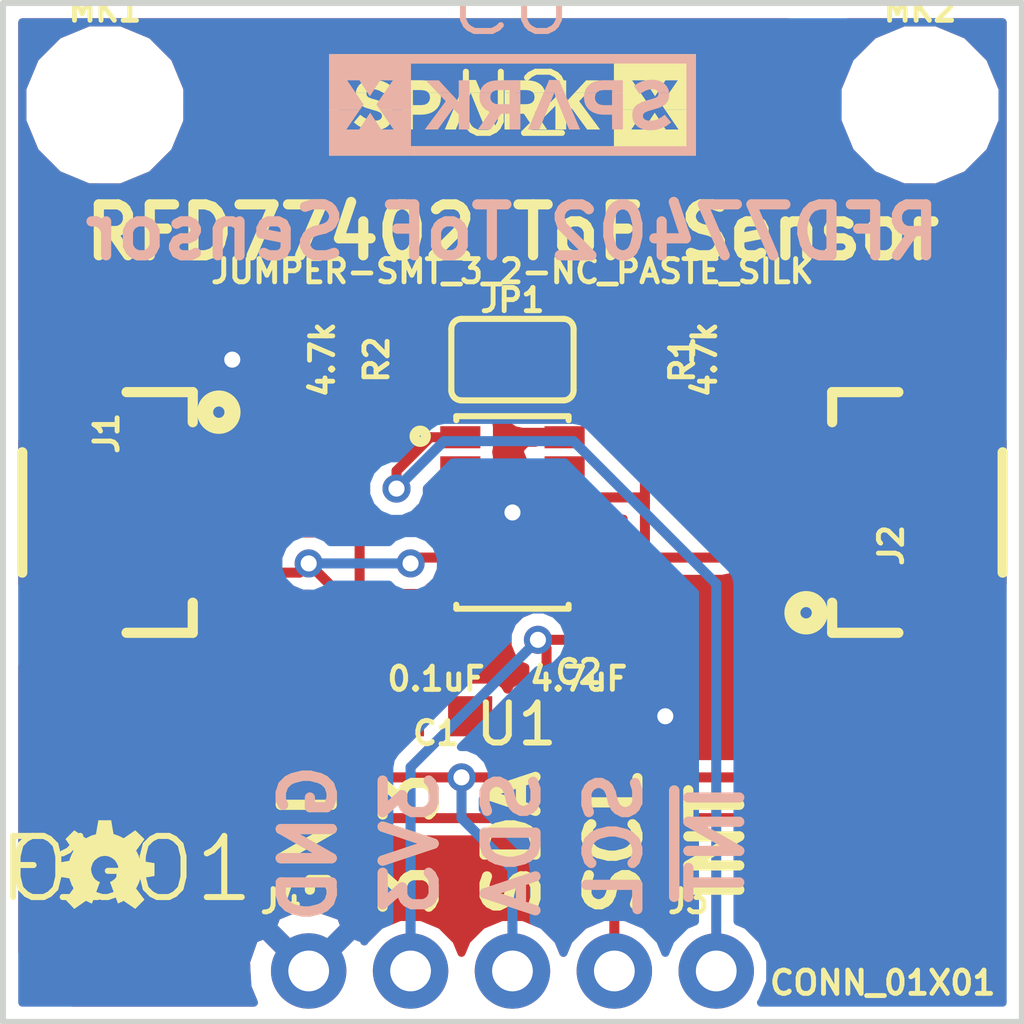
<source format=kicad_pcb>
(kicad_pcb (version 4) (host pcbnew 4.0.6)

  (general
    (links 24)
    (no_connects 0)
    (area 129.086001 85.6532 173.174 126.4622)
    (thickness 1.6)
    (drawings 16)
    (tracks 96)
    (zones 0)
    (modules 18)
    (nets 8)
  )

  (page USLetter)
  (layers
    (0 F.Cu signal hide)
    (31 B.Cu signal hide)
    (34 B.Paste user hide)
    (35 F.Paste user)
    (36 B.SilkS user hide)
    (37 F.SilkS user)
    (38 B.Mask user)
    (39 F.Mask user hide)
    (44 Edge.Cuts user)
    (46 B.CrtYd user hide)
    (47 F.CrtYd user hide)
    (48 B.Fab user hide)
    (49 F.Fab user)
  )

  (setup
    (last_trace_width 0.25)
    (trace_clearance 0.2)
    (zone_clearance 0.3048)
    (zone_45_only no)
    (trace_min 0.2)
    (segment_width 0.2)
    (edge_width 0.15)
    (via_size 0.7)
    (via_drill 0.4)
    (via_min_size 0.4)
    (via_min_drill 0.3)
    (uvia_size 0.3)
    (uvia_drill 0.1)
    (uvias_allowed no)
    (uvia_min_size 0.2)
    (uvia_min_drill 0.1)
    (pcb_text_width 0.254)
    (pcb_text_size 1.27 1.27)
    (mod_edge_width 0.15)
    (mod_text_size 1 1)
    (mod_text_width 0.15)
    (pad_size 1.524 1.524)
    (pad_drill 0.762)
    (pad_to_mask_clearance 0.075)
    (aux_axis_origin 0 0)
    (visible_elements 7FFDF3E9)
    (pcbplotparams
      (layerselection 0x00030_80000001)
      (usegerberextensions true)
      (excludeedgelayer true)
      (linewidth 0.100000)
      (plotframeref false)
      (viasonmask false)
      (mode 1)
      (useauxorigin false)
      (hpglpennumber 1)
      (hpglpenspeed 20)
      (hpglpendiameter 15)
      (hpglpenoverlay 2)
      (psnegative false)
      (psa4output false)
      (plotreference false)
      (plotvalue false)
      (plotinvisibletext false)
      (padsonsilk false)
      (subtractmaskfromsilk false)
      (outputformat 1)
      (mirror false)
      (drillshape 0)
      (scaleselection 1)
      (outputdirectory ""))
  )

  (net 0 "")
  (net 1 GND)
  (net 2 +3V3)
  (net 3 SDA)
  (net 4 SCL)
  (net 5 ~INT)
  (net 6 "Net-(JP1-Pad1)")
  (net 7 "Net-(JP1-Pad3)")

  (net_class Default "This is the default net class."
    (clearance 0.2)
    (trace_width 0.25)
    (via_dia 0.7)
    (via_drill 0.4)
    (uvia_dia 0.3)
    (uvia_drill 0.1)
    (add_net +3V3)
    (add_net GND)
    (add_net "Net-(JP1-Pad1)")
    (add_net "Net-(JP1-Pad3)")
    (add_net SCL)
    (add_net SDA)
    (add_net ~INT)
  )

  (module SparkFun-Jumpers:SMT-JUMPER_3_2-NC_PASTE_SILK (layer F.Cu) (tedit 0) (tstamp 590CB273)
    (at 149.86 100.33)
    (path /59082286)
    (fp_text reference JP1 (at 0 -1.143) (layer F.SilkS)
      (effects (font (size 0.57912 0.57912) (thickness 0.12192)) (justify bottom))
    )
    (fp_text value JUMPER-SMT_3_2-NC_PASTE_SILK (at 0 -2.54) (layer F.SilkS)
      (effects (font (size 0.57912 0.57912) (thickness 0.12192)) (justify top))
    )
    (fp_line (start 1.27 1.016) (end -1.27 1.016) (layer F.SilkS) (width 0.1524))
    (fp_arc (start 1.27 -0.762) (end 1.27 -1.016) (angle 90) (layer F.SilkS) (width 0.1524))
    (fp_arc (start -1.27 -0.762) (end -1.524 -0.762) (angle 90) (layer F.SilkS) (width 0.1524))
    (fp_arc (start -1.27 0.762) (end -1.524 0.762) (angle -90) (layer F.SilkS) (width 0.1524))
    (fp_arc (start 1.27 0.762) (end 1.27 1.016) (angle -90) (layer F.SilkS) (width 0.1524))
    (fp_line (start 1.524 0.762) (end 1.524 -0.762) (layer F.SilkS) (width 0.1524))
    (fp_line (start -1.524 0.762) (end -1.524 -0.762) (layer F.SilkS) (width 0.1524))
    (fp_line (start -1.27 -1.016) (end 1.27 -1.016) (layer F.SilkS) (width 0.1524))
    (fp_poly (pts (xy -1.651 1.1176) (xy 1.651 1.1176) (xy 1.651 -1.1176) (xy -1.651 -1.1176)) (layer F.Paste) (width 0))
    (pad 1 smd rect (at -0.8128 0) (size 0.635 1.27) (layers F.Cu F.Paste F.Mask)
      (net 6 "Net-(JP1-Pad1)"))
    (pad 2 smd rect (at 0 0) (size 0.635 1.27) (layers F.Cu F.Paste F.Mask)
      (net 2 +3V3))
    (pad 3 smd rect (at 0.8128 0) (size 0.635 1.27) (layers F.Cu F.Paste F.Mask)
      (net 7 "Net-(JP1-Pad3)"))
  )

  (module SparkX:1X04_1MM_RA (layer F.Cu) (tedit 0) (tstamp 590A4B53)
    (at 142.24 104.14 270)
    (descr "<h3>SMD- 4 Pin Right Angle </h3>\n<p>Specifications:\n<ul><li>Pin count:4</li>\n<li>Pin pitch:0.1\"</li>\n</ul></p>\n<p>Example device(s):\n<ul><li>CONN_04</li>\n</ul></p>")
    (path /59076580)
    (fp_text reference J1 (at -1.397 2.159 270) (layer F.SilkS)
      (effects (font (size 0.57912 0.57912) (thickness 0.12192)) (justify left bottom))
    )
    (fp_text value Qwiic_Connector (at 3.81 5.715 270) (layer F.SilkS)
      (effects (font (size 0.57912 0.57912) (thickness 0.12192)) (justify left bottom))
    )
    (fp_line (start -1.5 4.6) (end 1.5 4.6) (layer F.SilkS) (width 0.254))
    (fp_line (start -3 2) (end -3 0.35) (layer F.SilkS) (width 0.254))
    (fp_line (start 2.25 0.35) (end 3 0.35) (layer F.SilkS) (width 0.254))
    (fp_line (start 3 0.35) (end 3 2) (layer F.SilkS) (width 0.254))
    (fp_line (start -3 0.35) (end -2.25 0.35) (layer F.SilkS) (width 0.254))
    (fp_circle (center -2.5 -0.3) (end -2.3586 -0.3) (layer F.SilkS) (width 0.4))
    (pad NC2 smd rect (at -2.8 3.675 270) (size 1.2 2) (layers F.Cu F.Paste F.Mask))
    (pad NC1 smd rect (at 2.8 3.675 270) (size 1.2 2) (layers F.Cu F.Paste F.Mask))
    (pad 1 smd rect (at -1.5 0 270) (size 0.6 1.35) (layers F.Cu F.Paste F.Mask)
      (net 1 GND))
    (pad 2 smd rect (at -0.5 0 270) (size 0.6 1.35) (layers F.Cu F.Paste F.Mask)
      (net 2 +3V3))
    (pad 3 smd rect (at 0.5 0 270) (size 0.6 1.35) (layers F.Cu F.Paste F.Mask)
      (net 3 SDA))
    (pad 4 smd rect (at 1.5 0 270) (size 0.6 1.35) (layers F.Cu F.Paste F.Mask)
      (net 4 SCL))
  )

  (module SparkX:1X04_1MM_RA (layer F.Cu) (tedit 0) (tstamp 590A4B5D)
    (at 157.48 104.14 90)
    (descr "<h3>SMD- 4 Pin Right Angle </h3>\n<p>Specifications:\n<ul><li>Pin count:4</li>\n<li>Pin pitch:0.1\"</li>\n</ul></p>\n<p>Example device(s):\n<ul><li>CONN_04</li>\n</ul></p>")
    (path /590768F2)
    (fp_text reference J2 (at -1.397 2.159 90) (layer F.SilkS)
      (effects (font (size 0.57912 0.57912) (thickness 0.12192)) (justify left bottom))
    )
    (fp_text value Qwiic_Connector (at -3.81 6.35 90) (layer F.SilkS)
      (effects (font (size 0.57912 0.57912) (thickness 0.12192)) (justify left bottom))
    )
    (fp_line (start -1.5 4.6) (end 1.5 4.6) (layer F.SilkS) (width 0.254))
    (fp_line (start -3 2) (end -3 0.35) (layer F.SilkS) (width 0.254))
    (fp_line (start 2.25 0.35) (end 3 0.35) (layer F.SilkS) (width 0.254))
    (fp_line (start 3 0.35) (end 3 2) (layer F.SilkS) (width 0.254))
    (fp_line (start -3 0.35) (end -2.25 0.35) (layer F.SilkS) (width 0.254))
    (fp_circle (center -2.5 -0.3) (end -2.3586 -0.3) (layer F.SilkS) (width 0.4))
    (pad NC2 smd rect (at -2.8 3.675 90) (size 1.2 2) (layers F.Cu F.Paste F.Mask))
    (pad NC1 smd rect (at 2.8 3.675 90) (size 1.2 2) (layers F.Cu F.Paste F.Mask))
    (pad 1 smd rect (at -1.5 0 90) (size 0.6 1.35) (layers F.Cu F.Paste F.Mask)
      (net 1 GND))
    (pad 2 smd rect (at -0.5 0 90) (size 0.6 1.35) (layers F.Cu F.Paste F.Mask)
      (net 2 +3V3))
    (pad 3 smd rect (at 0.5 0 90) (size 0.6 1.35) (layers F.Cu F.Paste F.Mask)
      (net 3 SDA))
    (pad 4 smd rect (at 1.5 0 90) (size 0.6 1.35) (layers F.Cu F.Paste F.Mask)
      (net 4 SCL))
  )

  (module SparkX:1X01_NO_SILK (layer F.Cu) (tedit 0) (tstamp 590A4B62)
    (at 154.94 115.57)
    (descr "<h3>Plated Through Hole - No Silk Outline</h3>\n<p>Specifications:\n<ul><li>Pin count:2</li>\n<li>Pin pitch:0.1\"</li>\n</ul></p>\n<p>Example device(s):\n<ul><li>CONN_02</li>\n</ul></p>")
    (path /5907F2C5)
    (fp_text reference J3 (at -1.27 -1.397) (layer F.SilkS)
      (effects (font (size 0.57912 0.57912) (thickness 0.12192)) (justify left bottom))
    )
    (fp_text value CONN_01X01 (at 1.27 0.635) (layer F.SilkS)
      (effects (font (size 0.57912 0.57912) (thickness 0.12192)) (justify left bottom))
    )
    (fp_poly (pts (xy -0.254 0.254) (xy 0.254 0.254) (xy 0.254 -0.254) (xy -0.254 -0.254)) (layer Dwgs.User) (width 0))
    (pad 1 thru_hole circle (at 0 0 90) (size 1.8796 1.8796) (drill 1.016) (layers *.Cu *.Mask)
      (net 5 ~INT))
  )

  (module SparkX:1X04_NO_SILK (layer F.Cu) (tedit 0) (tstamp 590A4B6A)
    (at 144.78 115.57)
    (descr "<h3>Plated Through Hole - 4 Pin No Silk Outline</h3>\n<p>Specifications:\n<ul><li>Pin count:4</li>\n<li>Pin pitch:0.1\"</li>\n</ul></p>\n<p>Example device(s):\n<ul><li>CONN_04</li>\n</ul></p>")
    (path /590843FA)
    (fp_text reference J4 (at -1.27 -1.397) (layer F.SilkS)
      (effects (font (size 0.57912 0.57912) (thickness 0.12192)) (justify left bottom))
    )
    (fp_text value I2C_Standard_PTH_Connector (at -1.27 3.175) (layer F.SilkS)
      (effects (font (size 0.57912 0.57912) (thickness 0.12192)) (justify left bottom))
    )
    (fp_poly (pts (xy 7.366 0.254) (xy 7.874 0.254) (xy 7.874 -0.254) (xy 7.366 -0.254)) (layer Dwgs.User) (width 0))
    (fp_poly (pts (xy 4.826 0.254) (xy 5.334 0.254) (xy 5.334 -0.254) (xy 4.826 -0.254)) (layer Dwgs.User) (width 0))
    (fp_poly (pts (xy 2.286 0.254) (xy 2.794 0.254) (xy 2.794 -0.254) (xy 2.286 -0.254)) (layer Dwgs.User) (width 0))
    (fp_poly (pts (xy -0.254 0.254) (xy 0.254 0.254) (xy 0.254 -0.254) (xy -0.254 -0.254)) (layer Dwgs.User) (width 0))
    (pad 1 thru_hole circle (at 0 0 90) (size 1.8796 1.8796) (drill 1.016) (layers *.Cu *.Mask)
      (net 1 GND))
    (pad 2 thru_hole circle (at 2.54 0 90) (size 1.8796 1.8796) (drill 1.016) (layers *.Cu *.Mask)
      (net 2 +3V3))
    (pad 3 thru_hole circle (at 5.08 0 90) (size 1.8796 1.8796) (drill 1.016) (layers *.Cu *.Mask)
      (net 3 SDA))
    (pad 4 thru_hole circle (at 7.62 0 90) (size 1.8796 1.8796) (drill 1.016) (layers *.Cu *.Mask)
      (net 4 SCL))
  )

  (module SparkX:SPARKX-MEDIUM (layer B.Cu) (tedit 590A4B6B) (tstamp 590A4B9E)
    (at 149.86 93.98 180)
    (path /58D2A8F5)
    (fp_text reference U3 (at 0 2.54 180) (layer B.SilkS)
      (effects (font (thickness 0.15)) (justify mirror))
    )
    (fp_text value SPARKX-LOGO4 (at 0 6.985 180) (layer B.SilkS)
      (effects (font (thickness 0.15)) (justify mirror))
    )
    (fp_poly (pts (xy -4.572 1.265528) (xy -4.572 -1.265528) (xy 2.446934 -1.265528) (xy 2.446934 -1.030528)
      (xy -4.337 -1.030528) (xy -4.337 1.030528) (xy 2.529231 1.030528) (xy 2.529231 -0.123241)
      (xy 3.300069 -0.123241) (xy 3.391509 0.010059) (xy 2.981859 0.612647) (xy 3.297325 0.612647)
      (xy 3.555188 0.214884) (xy 3.814878 0.612647) (xy 4.1212 0.612647) (xy 3.71155 0.013716)
      (xy 3.805022 -0.123241) (xy 4.572 -0.123241) (xy 4.572 1.265528) (xy 2.529231 1.265528)) (layer B.SilkS) (width 0))
    (fp_poly (pts (xy 4.572 -0.123241) (xy 3.805022 -0.123241) (xy 4.139488 -0.613563) (xy 4.137659 -0.613563)
      (xy 3.822191 -0.613563) (xy 3.546956 -0.192938) (xy 3.269894 -0.613563) (xy 2.963572 -0.613563)
      (xy 3.300069 -0.123241) (xy 2.529231 -0.123241) (xy 2.529231 -1.030528) (xy 2.446934 -1.030528)
      (xy 2.446934 -1.265528) (xy 2.529231 -1.265528) (xy 4.572 -1.265528)) (layer B.SilkS) (width 0))
    (fp_poly (pts (xy -3.481122 0.629106) (xy -3.571647 0.622403) (xy -3.653944 0.602591) (xy -3.727094 0.570584)
      (xy -3.789275 0.527609) (xy -3.839363 0.473963) (xy -3.877056 0.411481) (xy -3.900525 0.340056)
      (xy -3.904284 0.300634) (xy -3.637381 0.300634) (xy -3.631388 0.326138) (xy -3.601822 0.360275)
      (xy -3.552444 0.383338) (xy -3.483863 0.391363) (xy -3.405225 0.383234) (xy -3.326588 0.359359)
      (xy -3.220009 0.300634) (xy -3.145028 0.300634) (xy -3.02575 0.473659) (xy -3.125116 0.540206)
      (xy -3.233319 0.588875) (xy -3.351681 0.618947)) (layer B.SilkS) (width 0))
    (fp_poly (pts (xy -3.145028 0.300634) (xy -3.220009 0.300634) (xy -3.165653 0.270663)) (layer B.SilkS) (width 0))
    (fp_poly (pts (xy -3.637381 0.300634) (xy -3.904284 0.300634) (xy -3.908147 0.259691) (xy -3.908147 0.256031)
      (xy -3.900728 0.172516) (xy -3.878884 0.103328) (xy -3.844038 0.046941) (xy -3.797503 0.000916)
      (xy -3.669488 -0.068581) (xy -3.500322 -0.119788) (xy -3.37505 -0.156363) (xy -3.299156 -0.191109)
      (xy -3.262578 -0.2286) (xy -3.252522 -0.275234) (xy -3.252522 -0.278891) (xy -3.264206 -0.327559)
      (xy -3.299156 -0.363931) (xy -3.354934 -0.386994) (xy -3.429916 -0.395022) (xy -3.531006 -0.384859)
      (xy -3.623769 -0.354788) (xy -3.711244 -0.307544) (xy -3.796588 -0.245975) (xy -3.955694 -0.437084)
      (xy -3.839363 -0.524153) (xy -3.710634 -0.585216) (xy -3.574391 -0.621488) (xy -3.4354 -0.633678)
      (xy -3.339997 -0.627381) (xy -3.253434 -0.608075) (xy -3.177134 -0.576988) (xy -3.111703 -0.534925)
      (xy -3.058972 -0.480975) (xy -3.01935 -0.416053) (xy -2.994659 -0.339953) (xy -2.986431 -0.254203)
      (xy -2.986431 -0.250547) (xy -2.986431 -0.246888) (xy -2.992728 -0.172009) (xy -3.012034 -0.108813)
      (xy -3.043834 -0.054763) (xy -3.087928 -0.008228) (xy -3.210459 0.064922) (xy -3.376878 0.119788)
      (xy -3.507638 0.156363) (xy -3.589019 0.189281) (xy -3.630169 0.2286) (xy -3.641141 0.280722)
      (xy -3.641141 0.284378)) (layer B.SilkS) (width 0))
    (fp_poly (pts (xy 1.863141 0.300634) (xy 1.547369 0.300634) (xy 1.339597 0.076809) (xy 1.339597 0.300634)
      (xy 1.069847 0.300634) (xy 1.069847 -0.613563) (xy 1.339597 -0.613563) (xy 1.339597 -0.238659)
      (xy 1.481328 -0.091441) (xy 1.861719 -0.613563) (xy 2.185416 -0.613563) (xy 1.663294 0.092353)) (layer B.SilkS) (width 0))
    (fp_poly (pts (xy 1.863141 0.300634) (xy 2.162556 0.612647) (xy 1.837028 0.612647) (xy 1.547369 0.300634)) (layer B.SilkS) (width 0))
    (fp_poly (pts (xy 1.339597 0.300634) (xy 1.339597 0.612647) (xy 1.069847 0.612647) (xy 1.069847 0.300634)) (layer B.SilkS) (width 0))
    (fp_poly (pts (xy 0.817272 0.300634) (xy 0.515519 0.300634) (xy 0.538481 0.270663) (xy 0.552297 0.193853)
      (xy 0.552297 0.191109) (xy 0.539191 0.120497) (xy 0.499263 0.064922) (xy 0.434138 0.029463)
      (xy 0.345644 0.017375) (xy 0.072238 0.017375) (xy 0.072238 0.300634) (xy -0.197509 0.300634)
      (xy -0.197509 -0.613563) (xy 0.072238 -0.613563) (xy 0.072238 -0.221284) (xy 0.284378 -0.221284)
      (xy 0.546813 -0.613563) (xy 0.862278 -0.613563) (xy 0.562356 -0.175566) (xy 0.668731 -0.119278)
      (xy 0.75255 -0.038406) (xy 0.807313 0.068988) (xy 0.825703 0.203913) (xy 0.825703 0.207569)
      (xy 0.818184 0.297688)) (layer B.SilkS) (width 0))
    (fp_poly (pts (xy 0.817272 0.300634) (xy 0.795425 0.377547) (xy 0.757428 0.446838) (xy 0.704088 0.505663)
      (xy 0.637031 0.5525) (xy 0.557884 0.585928) (xy 0.466547 0.605944) (xy 0.363016 0.612647)
      (xy -0.197509 0.612647) (xy -0.197509 0.300634) (xy 0.072238 0.300634) (xy 0.072238 0.369419)
      (xy 0.340156 0.369419) (xy 0.429363 0.358444) (xy 0.496519 0.325525) (xy 0.515519 0.300634)) (layer B.SilkS) (width 0))
    (fp_poly (pts (xy -0.775919 0.300634) (xy -1.298041 0.300634) (xy -1.687069 -0.613563) (xy -1.411834 -0.613563)
      (xy -1.040588 0.297181) (xy -0.669341 -0.613563) (xy -0.386791 -0.613563)) (layer B.SilkS) (width 0))
    (fp_poly (pts (xy -0.775919 0.300634) (xy -0.912572 0.621791) (xy -1.161288 0.621791) (xy -1.298041 0.300634)) (layer B.SilkS) (width 0))
    (fp_poly (pts (xy -1.795375 0.300634) (xy -2.097125 0.300634) (xy -2.069184 0.263753) (xy -2.054656 0.183794)
      (xy -2.054656 0.180138) (xy -2.068475 0.107697) (xy -2.110434 0.04755) (xy -2.177797 0.007619)
      (xy -2.267713 -0.005488) (xy -2.481681 -0.005488) (xy -2.481681 0.300634) (xy -2.752344 0.300634)
      (xy -2.752344 -0.611734) (xy -2.482597 -0.611734) (xy -2.482597 -0.244144) (xy -2.277772 -0.244144)
      (xy -2.177797 -0.237238) (xy -2.083919 -0.216713) (xy -1.999488 -0.182575) (xy -1.926641 -0.135331)
      (xy -1.866391 -0.074169) (xy -1.820572 0) (xy -1.791819 0.087172) (xy -1.782166 0.187453)
      (xy -1.78125 0.185622) (xy -1.78125 0.189281) (xy -1.789378 0.279806)) (layer B.SilkS) (width 0))
    (fp_poly (pts (xy -1.795375 0.300634) (xy -1.813256 0.362103) (xy -1.852675 0.434747) (xy -1.906525 0.496519)
      (xy -1.973581 0.5461) (xy -2.053744 0.583388) (xy -2.1463 0.60645) (xy -2.251253 0.614478)
      (xy -2.752344 0.614478) (xy -2.752344 0.300634) (xy -2.481681 0.300634) (xy -2.481681 0.369419)
      (xy -2.273197 0.369419) (xy -2.182266 0.357631) (xy -2.113178 0.321869) (xy -2.097125 0.300634)) (layer B.SilkS) (width 0))
  )

  (module SparkFun-Capacitors:0603 (layer F.Cu) (tedit 0) (tstamp 590A5209)
    (at 147.955 109.22 180)
    (descr "<p><b>Generic 1608 (0603) package</b></p>\n<p>0.2mm courtyard excess rounded to nearest 0.05mm.</p>")
    (path /590756AB)
    (fp_text reference C1 (at 0 -0.762 180) (layer F.SilkS)
      (effects (font (size 0.57912 0.57912) (thickness 0.12192)) (justify bottom))
    )
    (fp_text value 0.1uF (at 0 1.27 180) (layer F.SilkS)
      (effects (font (size 0.57912 0.57912) (thickness 0.12192)) (justify top))
    )
    (fp_line (start -0.356 -0.432) (end 0.356 -0.432) (layer Dwgs.User) (width 0.1016))
    (fp_line (start -0.356 0.419) (end 0.356 0.419) (layer Dwgs.User) (width 0.1016))
    (fp_poly (pts (xy -0.8382 0.4699) (xy -0.3381 0.4699) (xy -0.3381 -0.4801) (xy -0.8382 -0.4801)) (layer Dwgs.User) (width 0))
    (fp_poly (pts (xy 0.3302 0.4699) (xy 0.8303 0.4699) (xy 0.8303 -0.4801) (xy 0.3302 -0.4801)) (layer Dwgs.User) (width 0))
    (fp_poly (pts (xy -0.1999 0.3) (xy 0.1999 0.3) (xy 0.1999 -0.3) (xy -0.1999 -0.3)) (layer F.Adhes) (width 0))
    (pad 1 smd rect (at -0.85 0 180) (size 1.1 1) (layers F.Cu F.Paste F.Mask)
      (net 2 +3V3))
    (pad 2 smd rect (at 0.85 0 180) (size 1.1 1) (layers F.Cu F.Paste F.Mask)
      (net 1 GND))
  )

  (module SparkFun-Aesthetics:OSHW-LOGO-MINI (layer F.Cu) (tedit 0) (tstamp 590CB279)
    (at 139.7 113.03)
    (descr "<h3>Open-Source Hardware (OSHW) Logo - Mini - Silkscreen</h3>\n<p>Silkscreen logo for open-source hardware designs.</p>\n<p>Devices using:\n<ul><li>OSHW_LOGO</li></ul></p>")
    (path /59090398)
    (fp_text reference LOGO1 (at 0 0) (layer F.SilkS)
      (effects (font (thickness 0.15)))
    )
    (fp_text value SPARKFUN-AESTHETICS_OSHW-LOGOS (at 11.43 7.62) (layer F.SilkS)
      (effects (font (thickness 0.15)))
    )
    (fp_poly (pts (xy 1.2366 0.172631) (xy 1.2366 -0.147369) (xy 0.8766 -0.207369) (xy 0.8766 -0.247369)
      (xy 0.8666 -0.257369) (xy 0.8666 -0.277369) (xy 0.8566 -0.287369) (xy 0.8466 -0.307369)
      (xy 0.8466 -0.327369) (xy 0.8366 -0.337369) (xy 0.8366 -0.357369) (xy 0.8266 -0.367369)
      (xy 0.8166 -0.387369) (xy 0.8066 -0.397369) (xy 0.8066 -0.417369) (xy 0.7966 -0.427369)
      (xy 0.7866 -0.447369) (xy 0.7766 -0.457369) (xy 0.9866 -0.747369) (xy 0.7566 -0.967369)
      (xy 0.4666 -0.767369) (xy 0.4566 -0.777369) (xy 0.4366 -0.787369) (xy 0.4266 -0.787369)
      (xy 0.4066 -0.797369) (xy 0.3966 -0.807369) (xy 0.3766 -0.817369) (xy 0.3666 -0.817369)
      (xy 0.3466 -0.827369) (xy 0.3366 -0.837369) (xy 0.3166 -0.837369) (xy 0.2966 -0.847369)
      (xy 0.2866 -0.847369) (xy 0.2666 -0.857369) (xy 0.2566 -0.857369) (xy 0.2366 -0.867369)
      (xy 0.2166 -0.867369) (xy 0.1566 -1.217369) (xy -0.1634 -1.217369) (xy -0.2234 -0.867369)
      (xy -0.2334 -0.867369) (xy -0.2534 -0.857369) (xy -0.2734 -0.857369) (xy -0.2834 -0.847369)
      (xy -0.3034 -0.847369) (xy -0.3234 -0.837369) (xy -0.3334 -0.837369) (xy -0.3534 -0.827369)
      (xy -0.3634 -0.817369) (xy -0.3834 -0.817369) (xy -0.3934 -0.807369) (xy -0.4134 -0.797369)
      (xy -0.4234 -0.787369) (xy -0.4434 -0.787369) (xy -0.4534 -0.777369) (xy -0.4734 -0.767369)
      (xy -0.7634 -0.967369) (xy -0.9834 -0.747369) (xy -0.7834 -0.457369) (xy -0.7934 -0.447369)
      (xy -0.7934 -0.427369) (xy -0.8034 -0.417369) (xy -0.8134 -0.397369) (xy -0.8234 -0.387369)
      (xy -0.8234 -0.367369) (xy -0.8334 -0.357369) (xy -0.8434 -0.337369) (xy -0.8434 -0.327369)
      (xy -0.8634 -0.287369) (xy -0.8634 -0.277369) (xy -0.8734 -0.257369) (xy -0.8734 -0.247369)
      (xy -0.8834 -0.227369) (xy -0.8834 -0.207369) (xy -1.2334 -0.147369) (xy -1.2334 0.172631)
      (xy -0.8834 0.232631) (xy -0.8834 0.242631) (xy -0.8734 0.262631) (xy -0.8734 0.282631)
      (xy -0.8634 0.292631) (xy -0.8634 0.312631) (xy -0.8534 0.322631) (xy -0.8434 0.342631)
      (xy -0.8434 0.362631) (xy -0.8334 0.372631) (xy -0.8334 0.392631) (xy -0.8234 0.402631)
      (xy -0.8134 0.422631) (xy -0.8034 0.432631) (xy -0.7934 0.452631) (xy -0.7934 0.462631)
      (xy -0.7834 0.482631) (xy -0.9834 0.762631) (xy -0.7634 0.992631) (xy -0.4734 0.792631)
      (xy -0.4634 0.792631) (xy -0.4534 0.802631) (xy -0.4434 0.802631) (xy -0.4334 0.812631)
      (xy -0.4234 0.812631) (xy -0.4134 0.822631) (xy -0.4034 0.822631) (xy -0.3934 0.832631)
      (xy -0.3834 0.832631) (xy -0.3734 0.842631) (xy -0.3634 0.842631) (xy -0.3534 0.852631)
      (xy -0.3334 0.852631) (xy -0.3234 0.862631) (xy -0.1234 0.322631) (xy -0.1534 0.312631)
      (xy -0.1934 0.292631) (xy -0.2134 0.272631) (xy -0.2334 0.262631) (xy -0.2534 0.242631)
      (xy -0.2634 0.222631) (xy -0.2834 0.202631) (xy -0.3034 0.162631) (xy -0.3134 0.132631)
      (xy -0.3334 0.092631) (xy -0.3334 0.062631) (xy -0.3434 0.032631) (xy -0.3434 -0.027369)
      (xy -0.3034 -0.147369) (xy -0.2634 -0.207369) (xy -0.2434 -0.227369) (xy -0.2134 -0.247369)
      (xy -0.1934 -0.267369) (xy -0.1634 -0.287369) (xy -0.1334 -0.297369) (xy -0.1034 -0.317369)
      (xy -0.0734 -0.317369) (xy -0.0334 -0.327369) (xy 0.0366 -0.327369) (xy 0.0666 -0.317369)
      (xy 0.0966 -0.317369) (xy 0.1266 -0.297369) (xy 0.1566 -0.287369) (xy 0.2166 -0.247369)
      (xy 0.2566 -0.207369) (xy 0.2966 -0.147369) (xy 0.3066 -0.117369) (xy 0.3266 -0.087369)
      (xy 0.3266 -0.057369) (xy 0.3366 -0.027369) (xy 0.3366 0.062631) (xy 0.3266 0.092631)
      (xy 0.3266 0.112631) (xy 0.3166 0.132631) (xy 0.3066 0.162631) (xy 0.2966 0.182631)
      (xy 0.2766 0.202631) (xy 0.2666 0.222631) (xy 0.2266 0.262631) (xy 0.2066 0.272631)
      (xy 0.1866 0.292631) (xy 0.1266 0.322631) (xy 0.3266 0.862631) (xy 0.3266 0.852631)
      (xy 0.3466 0.852631) (xy 0.3566 0.842631) (xy 0.3666 0.842631) (xy 0.3766 0.832631)
      (xy 0.3866 0.832631) (xy 0.3966 0.822631) (xy 0.4166 0.822631) (xy 0.4266 0.812631)
      (xy 0.4366 0.812631) (xy 0.4566 0.792631) (xy 0.4666 0.792631) (xy 0.7566 0.992631)
      (xy 0.9866 0.762631) (xy 0.7766 0.482631) (xy 0.7866 0.462631) (xy 0.7966 0.452631)
      (xy 0.8066 0.432631) (xy 0.8066 0.422631) (xy 0.8166 0.402631) (xy 0.8266 0.392631)
      (xy 0.8366 0.372631) (xy 0.8366 0.362631) (xy 0.8566 0.322631) (xy 0.8566 0.312631)
      (xy 0.8666 0.292631) (xy 0.8666 0.282631) (xy 0.8766 0.262631) (xy 0.8766 0.242631)
      (xy 0.8866 0.232631)) (layer F.SilkS) (width 0))
  )

  (module SparkFun-Hardware:STAND-OFF (layer F.Cu) (tedit 0) (tstamp 590CB27C)
    (at 139.7 93.98)
    (descr "<h3>Standoff (#4 Screw)</h3>\n<p>This is the mechanical footprint for a #4 phillips button head screw. Use the keepout ring to avoid running the screw head into surrounding components.</p>\n<h4>Devices Using</h4>\n<ul><li>STAND-OFF</li></ul>")
    (path /59075789)
    (fp_text reference MK1 (at 0 -2.032) (layer F.SilkS)
      (effects (font (size 0.57912 0.57912) (thickness 0.12192)) (justify bottom))
    )
    (fp_text value Mounting_Hole (at 0 -3.81) (layer F.SilkS)
      (effects (font (size 0.57912 0.57912) (thickness 0.12192)) (justify top))
    )
    (fp_circle (center 0 0) (end 2.794 0) (layer Cmts.User) (width 0.127))
    (pad "" np_thru_hole circle (at 0 0) (size 3.302 3.302) (drill 3.302) (layers *.Cu))
  )

  (module SparkFun-Hardware:STAND-OFF (layer F.Cu) (tedit 0) (tstamp 590CB280)
    (at 160.02 93.98)
    (descr "<h3>Standoff (#4 Screw)</h3>\n<p>This is the mechanical footprint for a #4 phillips button head screw. Use the keepout ring to avoid running the screw head into surrounding components.</p>\n<h4>Devices Using</h4>\n<ul><li>STAND-OFF</li></ul>")
    (path /59084A42)
    (fp_text reference MK2 (at 0 -2.032) (layer F.SilkS)
      (effects (font (size 0.57912 0.57912) (thickness 0.12192)) (justify bottom))
    )
    (fp_text value Mounting_Hole (at 0.635 -3.81) (layer F.SilkS)
      (effects (font (size 0.57912 0.57912) (thickness 0.12192)) (justify top))
    )
    (fp_circle (center 0 0) (end 2.794 0) (layer Cmts.User) (width 0.127))
    (pad "" np_thru_hole circle (at 0 0) (size 3.302 3.302) (drill 3.302) (layers *.Cu))
  )

  (module SparkFun-Resistors:0603 (layer F.Cu) (tedit 0) (tstamp 590CB284)
    (at 153.67 100.33 270)
    (descr "<p><b>Generic 1608 (0603) package</b></p>\n<p>0.2mm courtyard excess rounded to nearest 0.05mm.</p>")
    (path /5907FA82)
    (fp_text reference R1 (at 0 -0.762 270) (layer F.SilkS)
      (effects (font (size 0.57912 0.57912) (thickness 0.12192)) (justify bottom))
    )
    (fp_text value 4.7k (at 0 -0.635 270) (layer F.SilkS)
      (effects (font (size 0.57912 0.57912) (thickness 0.12192)) (justify top))
    )
    (fp_line (start -0.356 -0.432) (end 0.356 -0.432) (layer Dwgs.User) (width 0.1016))
    (fp_line (start -0.356 0.419) (end 0.356 0.419) (layer Dwgs.User) (width 0.1016))
    (fp_poly (pts (xy -0.8382 0.4699) (xy -0.3381 0.4699) (xy -0.3381 -0.4801) (xy -0.8382 -0.4801)) (layer Dwgs.User) (width 0))
    (fp_poly (pts (xy 0.3302 0.4699) (xy 0.8303 0.4699) (xy 0.8303 -0.4801) (xy 0.3302 -0.4801)) (layer Dwgs.User) (width 0))
    (fp_poly (pts (xy -0.1999 0.3) (xy 0.1999 0.3) (xy 0.1999 -0.3) (xy -0.1999 -0.3)) (layer F.Adhes) (width 0))
    (pad 1 smd rect (at -0.85 0 270) (size 1.1 1) (layers F.Cu F.Paste F.Mask)
      (net 7 "Net-(JP1-Pad3)"))
    (pad 2 smd rect (at 0.85 0 270) (size 1.1 1) (layers F.Cu F.Paste F.Mask)
      (net 4 SCL))
  )

  (module SparkFun-Resistors:0603 (layer F.Cu) (tedit 0) (tstamp 590CB289)
    (at 146.05 100.33 270)
    (descr "<p><b>Generic 1608 (0603) package</b></p>\n<p>0.2mm courtyard excess rounded to nearest 0.05mm.</p>")
    (path /590756F4)
    (fp_text reference R2 (at 0 -0.762 270) (layer F.SilkS)
      (effects (font (size 0.57912 0.57912) (thickness 0.12192)) (justify bottom))
    )
    (fp_text value 4.7k (at 0 1.27 270) (layer F.SilkS)
      (effects (font (size 0.57912 0.57912) (thickness 0.12192)) (justify top))
    )
    (fp_line (start -0.356 -0.432) (end 0.356 -0.432) (layer Dwgs.User) (width 0.1016))
    (fp_line (start -0.356 0.419) (end 0.356 0.419) (layer Dwgs.User) (width 0.1016))
    (fp_poly (pts (xy -0.8382 0.4699) (xy -0.3381 0.4699) (xy -0.3381 -0.4801) (xy -0.8382 -0.4801)) (layer Dwgs.User) (width 0))
    (fp_poly (pts (xy 0.3302 0.4699) (xy 0.8303 0.4699) (xy 0.8303 -0.4801) (xy 0.3302 -0.4801)) (layer Dwgs.User) (width 0))
    (fp_poly (pts (xy -0.1999 0.3) (xy 0.1999 0.3) (xy 0.1999 -0.3) (xy -0.1999 -0.3)) (layer F.Adhes) (width 0))
    (pad 1 smd rect (at -0.85 0 270) (size 1.1 1) (layers F.Cu F.Paste F.Mask)
      (net 6 "Net-(JP1-Pad1)"))
    (pad 2 smd rect (at 0.85 0 270) (size 1.1 1) (layers F.Cu F.Paste F.Mask)
      (net 3 SDA))
  )

  (module SparkFun_Kicad-Sensors:RFD77402 (layer F.Cu) (tedit 590FEB12) (tstamp 5910C7FD)
    (at 149.86 104.14)
    (path /590FEB70)
    (solder_paste_ratio -0.15)
    (fp_text reference U1 (at 0.1 5.28) (layer F.SilkS)
      (effects (font (size 1 1) (thickness 0.15)))
    )
    (fp_text value RFD77402 (at 0 1.27) (layer F.Fab)
      (effects (font (size 1 1) (thickness 0.15)))
    )
    (fp_line (start 1.4 2.4) (end 1.4 2.3) (layer F.SilkS) (width 0.15))
    (fp_line (start -1.4 2.4) (end -1.4 2.3) (layer F.SilkS) (width 0.15))
    (fp_line (start -1.4 -2.4) (end -1.4 -2.3) (layer F.SilkS) (width 0.15))
    (fp_line (start 1.4 -2.4) (end 1.4 -2.3) (layer F.SilkS) (width 0.15))
    (fp_circle (center -2.3 -1.9) (end -2.2 -1.8) (layer F.SilkS) (width 0.25))
    (fp_line (start 1.4 -2.4) (end -0.6 -2.4) (layer F.Fab) (width 0.15))
    (fp_line (start 1.4 2.4) (end 1.4 -2.4) (layer F.Fab) (width 0.15))
    (fp_line (start -1.4 2.4) (end 1.4 2.4) (layer F.Fab) (width 0.15))
    (fp_line (start -1.4 -1.6) (end -1.4 2.4) (layer F.Fab) (width 0.15))
    (fp_line (start -0.6 -2.4) (end -1.4 -1.6) (layer F.Fab) (width 0.15))
    (fp_line (start 1.4 2.4) (end -1.4 2.4) (layer F.SilkS) (width 0.15))
    (fp_line (start -1.4 -2.4) (end 1.4 -2.4) (layer F.SilkS) (width 0.15))
    (pad 1 smd rect (at -1.3 -1.875 270) (size 0.55 1) (layers F.Cu F.Paste F.Mask)
      (net 5 ~INT))
    (pad 2 smd rect (at -1.3 -1.125 270) (size 0.55 1) (layers F.Cu F.Paste F.Mask))
    (pad 3 smd rect (at -1.3 -0.375 270) (size 0.55 1) (layers F.Cu F.Paste F.Mask))
    (pad 4 smd rect (at -1.3 0.375 270) (size 0.55 1) (layers F.Cu F.Paste F.Mask))
    (pad 5 smd rect (at -1.3 1.125 270) (size 0.55 1) (layers F.Cu F.Paste F.Mask)
      (net 4 SCL))
    (pad 6 smd rect (at -1.3 1.875 270) (size 0.55 1) (layers F.Cu F.Paste F.Mask)
      (net 3 SDA))
    (pad 7 smd rect (at 1.3 1.875 270) (size 0.55 1) (layers F.Cu F.Paste F.Mask))
    (pad 8 smd rect (at 1.3 1.125 270) (size 0.55 1) (layers F.Cu F.Paste F.Mask)
      (net 2 +3V3))
    (pad 9 smd rect (at 1.3 0.375 270) (size 0.55 1) (layers F.Cu F.Paste F.Mask)
      (net 1 GND))
    (pad 10 smd rect (at 1.3 -0.375 270) (size 0.55 1) (layers F.Cu F.Paste F.Mask)
      (net 2 +3V3))
    (pad 11 smd rect (at 1.3 -1.125 270) (size 0.55 1) (layers F.Cu F.Paste F.Mask))
    (pad 12 smd rect (at 1.3 -1.875 270) (size 0.55 1) (layers F.Cu F.Paste F.Mask)
      (net 1 GND))
  )

  (module SparkFun-Aesthetics:CREATIVE_COMMONS (layer F.Cu) (tedit 0) (tstamp 591D1415)
    (at 146.558 124.968)
    (descr "<h3>Creative Commons License Template</h3>\n<p>CC BY-SA 4.0 License with <a href=\"https://creativecommons.org/licenses/by-sa/4.0/\">link to license</a> and placeholder for designer name.</p>\n<p>Devices using:\n<ul><li>FRAME_LEDGER</li>\n<li>FRAME_LETTER</li></ul></p>")
    (path /5909150A)
    (fp_text reference U4 (at 0 0) (layer F.SilkS)
      (effects (font (thickness 0.15)))
    )
    (fp_text value CC_LICENSE (at 0 0) (layer F.SilkS)
      (effects (font (thickness 0.15)))
    )
    (fp_text user "Released under the Creative Commons Attribution Share-Alike 4.0 License" (at -20.32 -5.08) (layer Dwgs.User)
      (effects (font (size 1.6891 1.6891) (thickness 0.14224)) (justify left bottom))
    )
    (fp_text user " https://creativecommons.org/licenses/by-sa/4.0/" (at 0 -2.54) (layer Dwgs.User)
      (effects (font (size 1.6891 1.6891) (thickness 0.14224)) (justify left bottom))
    )
    (fp_text user "Designed by:" (at 11.43 0) (layer Dwgs.User)
      (effects (font (size 1.6891 1.6891) (thickness 0.14224)) (justify left bottom))
    )
  )

  (module SparkFun-Capacitors:0603 (layer F.Cu) (tedit 0) (tstamp 591D37B5)
    (at 151.51 109.22)
    (descr "<p><b>Generic 1608 (0603) package</b></p>\n<p>0.2mm courtyard excess rounded to nearest 0.05mm.</p>")
    (path /591D2AA9)
    (fp_text reference C2 (at 0 -0.762) (layer F.SilkS)
      (effects (font (size 0.57912 0.57912) (thickness 0.12192)) (justify bottom))
    )
    (fp_text value 4.7uF (at 0 -1.27) (layer F.SilkS)
      (effects (font (size 0.57912 0.57912) (thickness 0.12192)) (justify top))
    )
    (fp_line (start -0.356 -0.432) (end 0.356 -0.432) (layer Dwgs.User) (width 0.1016))
    (fp_line (start -0.356 0.419) (end 0.356 0.419) (layer Dwgs.User) (width 0.1016))
    (fp_poly (pts (xy -0.8382 0.4699) (xy -0.3381 0.4699) (xy -0.3381 -0.4801) (xy -0.8382 -0.4801)) (layer Dwgs.User) (width 0))
    (fp_poly (pts (xy 0.3302 0.4699) (xy 0.8303 0.4699) (xy 0.8303 -0.4801) (xy 0.3302 -0.4801)) (layer Dwgs.User) (width 0))
    (fp_poly (pts (xy -0.1999 0.3) (xy 0.1999 0.3) (xy 0.1999 -0.3) (xy -0.1999 -0.3)) (layer F.Adhes) (width 0))
    (pad 1 smd rect (at -0.85 0) (size 1.1 1) (layers F.Cu F.Paste F.Mask)
      (net 2 +3V3))
    (pad 2 smd rect (at 0.85 0) (size 1.1 1) (layers F.Cu F.Paste F.Mask)
      (net 1 GND))
  )

  (module SparkX:SPARKX-MEDIUM (layer F.Cu) (tedit 0) (tstamp 59260BFB)
    (at 149.86 93.98)
    (path /58D2A9BD)
    (fp_text reference U2 (at 0 0) (layer F.SilkS)
      (effects (font (thickness 0.15)))
    )
    (fp_text value SPARKX-LOGO4 (at -0.635 -5.08) (layer F.SilkS)
      (effects (font (thickness 0.15)))
    )
    (fp_poly (pts (xy -4.572 -1.265528) (xy -4.572 1.265528) (xy 2.446934 1.265528) (xy 2.446934 1.030528)
      (xy -4.337 1.030528) (xy -4.337 -1.030528) (xy 2.529231 -1.030528) (xy 2.529231 0.123241)
      (xy 3.300069 0.123241) (xy 3.391509 -0.010059) (xy 2.981859 -0.612647) (xy 3.297325 -0.612647)
      (xy 3.555188 -0.214884) (xy 3.814878 -0.612647) (xy 4.1212 -0.612647) (xy 3.71155 -0.013716)
      (xy 3.805022 0.123241) (xy 4.572 0.123241) (xy 4.572 -1.265528) (xy 2.529231 -1.265528)) (layer F.SilkS) (width 0))
    (fp_poly (pts (xy 4.572 0.123241) (xy 3.805022 0.123241) (xy 4.139488 0.613563) (xy 4.137659 0.613563)
      (xy 3.822191 0.613563) (xy 3.546956 0.192938) (xy 3.269894 0.613563) (xy 2.963572 0.613563)
      (xy 3.300069 0.123241) (xy 2.529231 0.123241) (xy 2.529231 1.030528) (xy 2.446934 1.030528)
      (xy 2.446934 1.265528) (xy 2.529231 1.265528) (xy 4.572 1.265528)) (layer F.SilkS) (width 0))
    (fp_poly (pts (xy -3.481122 -0.629106) (xy -3.571647 -0.622403) (xy -3.653944 -0.602591) (xy -3.727094 -0.570584)
      (xy -3.789275 -0.527609) (xy -3.839363 -0.473963) (xy -3.877056 -0.411481) (xy -3.900525 -0.340056)
      (xy -3.904284 -0.300634) (xy -3.637381 -0.300634) (xy -3.631388 -0.326138) (xy -3.601822 -0.360275)
      (xy -3.552444 -0.383338) (xy -3.483863 -0.391363) (xy -3.405225 -0.383234) (xy -3.326588 -0.359359)
      (xy -3.220009 -0.300634) (xy -3.145028 -0.300634) (xy -3.02575 -0.473659) (xy -3.125116 -0.540206)
      (xy -3.233319 -0.588875) (xy -3.351681 -0.618947)) (layer F.SilkS) (width 0))
    (fp_poly (pts (xy -3.145028 -0.300634) (xy -3.220009 -0.300634) (xy -3.165653 -0.270663)) (layer F.SilkS) (width 0))
    (fp_poly (pts (xy -3.637381 -0.300634) (xy -3.904284 -0.300634) (xy -3.908147 -0.259691) (xy -3.908147 -0.256031)
      (xy -3.900728 -0.172516) (xy -3.878884 -0.103328) (xy -3.844038 -0.046941) (xy -3.797503 -0.000916)
      (xy -3.669488 0.068581) (xy -3.500322 0.119788) (xy -3.37505 0.156363) (xy -3.299156 0.191109)
      (xy -3.262578 0.2286) (xy -3.252522 0.275234) (xy -3.252522 0.278891) (xy -3.264206 0.327559)
      (xy -3.299156 0.363931) (xy -3.354934 0.386994) (xy -3.429916 0.395022) (xy -3.531006 0.384859)
      (xy -3.623769 0.354788) (xy -3.711244 0.307544) (xy -3.796588 0.245975) (xy -3.955694 0.437084)
      (xy -3.839363 0.524153) (xy -3.710634 0.585216) (xy -3.574391 0.621488) (xy -3.4354 0.633678)
      (xy -3.339997 0.627381) (xy -3.253434 0.608075) (xy -3.177134 0.576988) (xy -3.111703 0.534925)
      (xy -3.058972 0.480975) (xy -3.01935 0.416053) (xy -2.994659 0.339953) (xy -2.986431 0.254203)
      (xy -2.986431 0.250547) (xy -2.986431 0.246888) (xy -2.992728 0.172009) (xy -3.012034 0.108813)
      (xy -3.043834 0.054763) (xy -3.087928 0.008228) (xy -3.210459 -0.064922) (xy -3.376878 -0.119788)
      (xy -3.507638 -0.156363) (xy -3.589019 -0.189281) (xy -3.630169 -0.2286) (xy -3.641141 -0.280722)
      (xy -3.641141 -0.284378)) (layer F.SilkS) (width 0))
    (fp_poly (pts (xy 1.863141 -0.300634) (xy 1.547369 -0.300634) (xy 1.339597 -0.076809) (xy 1.339597 -0.300634)
      (xy 1.069847 -0.300634) (xy 1.069847 0.613563) (xy 1.339597 0.613563) (xy 1.339597 0.238659)
      (xy 1.481328 0.091441) (xy 1.861719 0.613563) (xy 2.185416 0.613563) (xy 1.663294 -0.092353)) (layer F.SilkS) (width 0))
    (fp_poly (pts (xy 1.863141 -0.300634) (xy 2.162556 -0.612647) (xy 1.837028 -0.612647) (xy 1.547369 -0.300634)) (layer F.SilkS) (width 0))
    (fp_poly (pts (xy 1.339597 -0.300634) (xy 1.339597 -0.612647) (xy 1.069847 -0.612647) (xy 1.069847 -0.300634)) (layer F.SilkS) (width 0))
    (fp_poly (pts (xy 0.817272 -0.300634) (xy 0.515519 -0.300634) (xy 0.538481 -0.270663) (xy 0.552297 -0.193853)
      (xy 0.552297 -0.191109) (xy 0.539191 -0.120497) (xy 0.499263 -0.064922) (xy 0.434138 -0.029463)
      (xy 0.345644 -0.017375) (xy 0.072238 -0.017375) (xy 0.072238 -0.300634) (xy -0.197509 -0.300634)
      (xy -0.197509 0.613563) (xy 0.072238 0.613563) (xy 0.072238 0.221284) (xy 0.284378 0.221284)
      (xy 0.546813 0.613563) (xy 0.862278 0.613563) (xy 0.562356 0.175566) (xy 0.668731 0.119278)
      (xy 0.75255 0.038406) (xy 0.807313 -0.068988) (xy 0.825703 -0.203913) (xy 0.825703 -0.207569)
      (xy 0.818184 -0.297688)) (layer F.SilkS) (width 0))
    (fp_poly (pts (xy 0.817272 -0.300634) (xy 0.795425 -0.377547) (xy 0.757428 -0.446838) (xy 0.704088 -0.505663)
      (xy 0.637031 -0.5525) (xy 0.557884 -0.585928) (xy 0.466547 -0.605944) (xy 0.363016 -0.612647)
      (xy -0.197509 -0.612647) (xy -0.197509 -0.300634) (xy 0.072238 -0.300634) (xy 0.072238 -0.369419)
      (xy 0.340156 -0.369419) (xy 0.429363 -0.358444) (xy 0.496519 -0.325525) (xy 0.515519 -0.300634)) (layer F.SilkS) (width 0))
    (fp_poly (pts (xy -0.775919 -0.300634) (xy -1.298041 -0.300634) (xy -1.687069 0.613563) (xy -1.411834 0.613563)
      (xy -1.040588 -0.297181) (xy -0.669341 0.613563) (xy -0.386791 0.613563)) (layer F.SilkS) (width 0))
    (fp_poly (pts (xy -0.775919 -0.300634) (xy -0.912572 -0.621791) (xy -1.161288 -0.621791) (xy -1.298041 -0.300634)) (layer F.SilkS) (width 0))
    (fp_poly (pts (xy -1.795375 -0.300634) (xy -2.097125 -0.300634) (xy -2.069184 -0.263753) (xy -2.054656 -0.183794)
      (xy -2.054656 -0.180138) (xy -2.068475 -0.107697) (xy -2.110434 -0.04755) (xy -2.177797 -0.007619)
      (xy -2.267713 0.005488) (xy -2.481681 0.005488) (xy -2.481681 -0.300634) (xy -2.752344 -0.300634)
      (xy -2.752344 0.611734) (xy -2.482597 0.611734) (xy -2.482597 0.244144) (xy -2.277772 0.244144)
      (xy -2.177797 0.237238) (xy -2.083919 0.216713) (xy -1.999488 0.182575) (xy -1.926641 0.135331)
      (xy -1.866391 0.074169) (xy -1.820572 0) (xy -1.791819 -0.087172) (xy -1.782166 -0.187453)
      (xy -1.78125 -0.185622) (xy -1.78125 -0.189281) (xy -1.789378 -0.279806)) (layer F.SilkS) (width 0))
    (fp_poly (pts (xy -1.795375 -0.300634) (xy -1.813256 -0.362103) (xy -1.852675 -0.434747) (xy -1.906525 -0.496519)
      (xy -1.973581 -0.5461) (xy -2.053744 -0.583388) (xy -2.1463 -0.60645) (xy -2.251253 -0.614478)
      (xy -2.752344 -0.614478) (xy -2.752344 -0.300634) (xy -2.481681 -0.300634) (xy -2.481681 -0.369419)
      (xy -2.273197 -0.369419) (xy -2.182266 -0.357631) (xy -2.113178 -0.321869) (xy -2.097125 -0.300634)) (layer F.SilkS) (width 0))
  )

  (module SparkFun-KiCad-Aesthetics:FIDUCIAL-1X2 (layer F.Cu) (tedit 5925E859) (tstamp 59260C2A)
    (at 138.43 115.57)
    (descr "<h3>Fiducial - Circle, 1mm</h3>\n<p>Point-of-reference for pick-and-place machines and other optical instruments.</p>\n<p>Devices using:\n<ul><li>FIDUCIAL</li></ul></p>")
    (path /59092EBB)
    (fp_text reference F1 (at 0 -2.54) (layer F.SilkS)
      (effects (font (thickness 0.15)))
    )
    (fp_text value Fiducial (at 0 2.54) (layer F.SilkS)
      (effects (font (thickness 0.15)))
    )
    (pad 1 smd circle (at 0 0) (size 1 1) (layers F.Cu F.Mask))
  )

  (module SparkFun-KiCad-Aesthetics:FIDUCIAL-1X2 (layer F.Cu) (tedit 5925E859) (tstamp 59260C2E)
    (at 157.48 92.456)
    (descr "<h3>Fiducial - Circle, 1mm</h3>\n<p>Point-of-reference for pick-and-place machines and other optical instruments.</p>\n<p>Devices using:\n<ul><li>FIDUCIAL</li></ul></p>")
    (path /59092D95)
    (fp_text reference F2 (at 0 -2.54) (layer F.SilkS)
      (effects (font (thickness 0.15)))
    )
    (fp_text value Fiducial (at 5.715 -3.556) (layer F.SilkS)
      (effects (font (thickness 0.15)))
    )
    (pad 1 smd circle (at 0 0) (size 1 1) (layers F.Cu F.Mask))
  )

  (gr_text "RFD77402 ToF Sensor" (at 149.86 97.155) (layer B.SilkS)
    (effects (font (size 1.27 1.27) (thickness 0.254)) (justify mirror))
  )
  (gr_text GND (at 144.78 112.395 90) (layer B.SilkS) (tstamp 590CBA71)
    (effects (font (size 1.27 1.27) (thickness 0.254)) (justify mirror))
  )
  (gr_text 3V3 (at 147.32 112.395 90) (layer B.SilkS) (tstamp 590CBA70)
    (effects (font (size 1.27 1.27) (thickness 0.254)) (justify mirror))
  )
  (gr_text SDA (at 149.86 112.395 90) (layer B.SilkS) (tstamp 590CBA6F)
    (effects (font (size 1.27 1.27) (thickness 0.254)) (justify mirror))
  )
  (gr_text SCL (at 152.4 112.395 90) (layer B.SilkS) (tstamp 590CBA6E)
    (effects (font (size 1.27 1.27) (thickness 0.254)) (justify mirror))
  )
  (gr_text ~INT (at 154.94 112.395 90) (layer B.SilkS) (tstamp 590CBA6D)
    (effects (font (size 1.27 1.27) (thickness 0.254)) (justify mirror))
  )
  (gr_text ~INT (at 154.94 112.395 90) (layer F.SilkS)
    (effects (font (size 1.27 1.27) (thickness 0.254)))
  )
  (gr_text SCL (at 152.4 112.395 90) (layer F.SilkS)
    (effects (font (size 1.27 1.27) (thickness 0.254)))
  )
  (gr_text SDA (at 149.86 112.395 90) (layer F.SilkS)
    (effects (font (size 1.27 1.27) (thickness 0.254)))
  )
  (gr_text 3V3 (at 147.32 112.395 90) (layer F.SilkS)
    (effects (font (size 1.27 1.27) (thickness 0.254)))
  )
  (gr_text GND (at 144.78 112.395 90) (layer F.SilkS)
    (effects (font (size 1.27 1.27) (thickness 0.254)))
  )
  (gr_text "RFD77402 ToF Sensor" (at 149.86 97.155) (layer F.SilkS)
    (effects (font (size 1.27 1.27) (thickness 0.254)))
  )
  (gr_line (start 162.56 116.84) (end 137.16 116.84) (angle 90) (layer Edge.Cuts) (width 0.15))
  (gr_line (start 162.56 91.44) (end 162.56 116.84) (angle 90) (layer Edge.Cuts) (width 0.15))
  (gr_line (start 137.16 91.44) (end 162.56 91.44) (angle 90) (layer Edge.Cuts) (width 0.15))
  (gr_line (start 137.16 116.84) (end 137.16 91.44) (angle 90) (layer Edge.Cuts) (width 0.15))

  (segment (start 153.67 109.075) (end 153.67 109.22) (width 0.25) (layer F.Cu) (net 1))
  (via (at 153.67 109.22) (size 0.7) (drill 0.4) (layers F.Cu B.Cu) (net 1))
  (segment (start 157.105 105.64) (end 153.67 109.075) (width 0.25) (layer F.Cu) (net 1))
  (segment (start 157.48 105.64) (end 157.105 105.64) (width 0.25) (layer F.Cu) (net 1))
  (segment (start 151.16 104.515) (end 150.235 104.515) (width 0.25) (layer F.Cu) (net 1))
  (segment (start 150.235 104.515) (end 149.86 104.14) (width 0.25) (layer F.Cu) (net 1))
  (via (at 149.86 104.14) (size 0.7) (drill 0.4) (layers F.Cu B.Cu) (net 1))
  (segment (start 142.24 100.965) (end 142.24 102.64) (width 0.25) (layer F.Cu) (net 1))
  (via (at 142.875 100.33) (size 0.7) (drill 0.4) (layers F.Cu B.Cu) (net 1))
  (segment (start 142.24 100.965) (end 142.875 100.33) (width 0.25) (layer F.Cu) (net 1) (tstamp 590CB84F))
  (segment (start 148.805 109.22) (end 150.66 109.22) (width 0.25) (layer F.Cu) (net 2))
  (segment (start 153.162 106.68) (end 153.162 105.265) (width 0.25) (layer F.Cu) (net 2))
  (segment (start 150.495 107.315) (end 152.527 107.315) (width 0.25) (layer F.Cu) (net 2))
  (segment (start 152.527 107.315) (end 153.162 106.68) (width 0.25) (layer F.Cu) (net 2))
  (segment (start 149.86 100.33) (end 149.86 101.346) (width 0.25) (layer F.Cu) (net 2))
  (segment (start 149.86 101.346) (end 150.114 101.6) (width 0.25) (layer F.Cu) (net 2))
  (segment (start 150.114 101.6) (end 151.765 101.6) (width 0.25) (layer F.Cu) (net 2))
  (segment (start 151.765 101.6) (end 153.162 102.997) (width 0.25) (layer F.Cu) (net 2))
  (segment (start 153.162 102.997) (end 153.162 103.886) (width 0.25) (layer F.Cu) (net 2))
  (segment (start 149.86 100.33) (end 149.86 98.425) (width 0.25) (layer F.Cu) (net 2))
  (segment (start 149.86 98.425) (end 149.225 97.79) (width 0.25) (layer F.Cu) (net 2))
  (segment (start 149.225 97.79) (end 145.415 97.79) (width 0.25) (layer F.Cu) (net 2))
  (segment (start 145.415 97.79) (end 144.78 98.425) (width 0.25) (layer F.Cu) (net 2))
  (segment (start 144.01 103.64) (end 142.24 103.64) (width 0.25) (layer F.Cu) (net 2))
  (segment (start 144.78 98.425) (end 144.78 102.87) (width 0.25) (layer F.Cu) (net 2))
  (segment (start 144.78 102.87) (end 144.01 103.64) (width 0.25) (layer F.Cu) (net 2))
  (segment (start 153.162 105.265) (end 153.162 103.886) (width 0.25) (layer F.Cu) (net 2))
  (segment (start 151.16 103.765) (end 153.041 103.765) (width 0.25) (layer F.Cu) (net 2))
  (segment (start 153.041 103.765) (end 153.162 103.886) (width 0.25) (layer F.Cu) (net 2))
  (segment (start 150.71 109.22) (end 150.71 107.53) (width 0.25) (layer F.Cu) (net 2))
  (segment (start 150.71 107.53) (end 150.495 107.315) (width 0.25) (layer F.Cu) (net 2))
  (segment (start 151.16 105.265) (end 153.162 105.265) (width 0.25) (layer F.Cu) (net 2))
  (segment (start 153.162 105.265) (end 155.085 105.265) (width 0.25) (layer F.Cu) (net 2))
  (segment (start 155.085 105.265) (end 155.71 104.64) (width 0.25) (layer F.Cu) (net 2))
  (segment (start 155.71 104.64) (end 157.48 104.64) (width 0.25) (layer F.Cu) (net 2))
  (segment (start 147.32 115.57) (end 147.32 110.49) (width 0.25) (layer B.Cu) (net 2))
  (via (at 150.495 107.315) (size 0.7) (drill 0.4) (layers F.Cu B.Cu) (net 2))
  (segment (start 147.32 110.49) (end 150.495 107.315) (width 0.25) (layer B.Cu) (net 2) (tstamp 590CB60C))
  (segment (start 146.812 110.744) (end 148.59 110.744) (width 0.25) (layer F.Cu) (net 3))
  (segment (start 148.59 110.744) (end 157.226 110.744) (width 0.25) (layer F.Cu) (net 3))
  (segment (start 148.59 111.76) (end 148.59 110.744) (width 0.25) (layer B.Cu) (net 3))
  (via (at 148.59 110.744) (size 0.7) (drill 0.4) (layers F.Cu B.Cu) (net 3))
  (segment (start 146.05 106.172) (end 146.05 109.982) (width 0.25) (layer F.Cu) (net 3))
  (segment (start 146.05 109.982) (end 146.812 110.744) (width 0.25) (layer F.Cu) (net 3))
  (segment (start 158.75 109.22) (end 157.226 110.744) (width 0.25) (layer F.Cu) (net 3))
  (segment (start 146.05 106.172) (end 146.05 106.045) (width 0.25) (layer F.Cu) (net 3))
  (segment (start 148.56 106.015) (end 147.81 106.015) (width 0.25) (layer F.Cu) (net 3))
  (segment (start 147.81 106.015) (end 147.653 106.172) (width 0.25) (layer F.Cu) (net 3))
  (segment (start 147.653 106.172) (end 146.05 106.172) (width 0.25) (layer F.Cu) (net 3))
  (segment (start 149.86 113.03) (end 148.59 111.76) (width 0.25) (layer B.Cu) (net 3))
  (segment (start 149.86 115.57) (end 149.86 113.03) (width 0.25) (layer B.Cu) (net 3))
  (segment (start 158.75 104.14) (end 158.75 109.22) (width 0.25) (layer F.Cu) (net 3))
  (segment (start 157.48 103.64) (end 158.25 103.64) (width 0.25) (layer F.Cu) (net 3))
  (segment (start 158.25 103.64) (end 158.75 104.14) (width 0.25) (layer F.Cu) (net 3) (tstamp 590CB51B))
  (segment (start 142.24 104.64) (end 146.05 104.64) (width 0.25) (layer F.Cu) (net 3))
  (segment (start 146.05 104.64) (end 146.05 104.775) (width 0.25) (layer F.Cu) (net 3) (tstamp 590CB4A2))
  (segment (start 146.05 106.045) (end 146.05 104.775) (width 0.25) (layer F.Cu) (net 3) (tstamp 590CB49E))
  (segment (start 146.05 104.775) (end 146.05 104.14) (width 0.25) (layer F.Cu) (net 3) (tstamp 590CB4A5))
  (segment (start 146.05 104.14) (end 146.05 101.18) (width 0.25) (layer F.Cu) (net 3) (tstamp 590CB498))
  (segment (start 148.56 105.265) (end 147.465 105.265) (width 0.25) (layer F.Cu) (net 4))
  (segment (start 147.465 105.265) (end 147.32 105.41) (width 0.25) (layer F.Cu) (net 4))
  (segment (start 145.415 106.68) (end 145.415 106.045) (width 0.25) (layer F.Cu) (net 4))
  (segment (start 145.415 106.045) (end 144.78 105.41) (width 0.25) (layer F.Cu) (net 4) (tstamp 590CB593))
  (segment (start 142.24 105.64) (end 144.55 105.64) (width 0.25) (layer F.Cu) (net 4))
  (segment (start 144.55 105.64) (end 144.78 105.41) (width 0.25) (layer F.Cu) (net 4) (tstamp 590CB587))
  (via (at 144.78 105.41) (size 0.7) (drill 0.4) (layers F.Cu B.Cu) (net 4))
  (segment (start 144.78 105.41) (end 147.32 105.41) (width 0.25) (layer B.Cu) (net 4) (tstamp 590CB58D))
  (segment (start 146.685 111.76) (end 152.4 111.76) (width 0.25) (layer F.Cu) (net 4) (tstamp 590CB4DB))
  (segment (start 145.415 106.68) (end 145.415 110.49) (width 0.25) (layer F.Cu) (net 4) (tstamp 590CB4D7))
  (segment (start 145.415 110.49) (end 146.685 111.76) (width 0.25) (layer F.Cu) (net 4) (tstamp 590CB4D9))
  (via (at 147.32 105.41) (size 0.7) (drill 0.4) (layers F.Cu B.Cu) (net 4))
  (segment (start 152.4 115.57) (end 152.4 111.76) (width 0.25) (layer F.Cu) (net 4))
  (segment (start 152.4 111.76) (end 153.67 111.76) (width 0.25) (layer F.Cu) (net 4) (tstamp 590CB4E2))
  (segment (start 157.48 102.64) (end 159.155 102.64) (width 0.25) (layer F.Cu) (net 4))
  (segment (start 159.155 102.64) (end 159.385 102.87) (width 0.25) (layer F.Cu) (net 4) (tstamp 590CB4C9))
  (segment (start 159.385 102.87) (end 159.385 109.855) (width 0.25) (layer F.Cu) (net 4) (tstamp 590CB4CA))
  (segment (start 159.385 109.855) (end 157.48 111.76) (width 0.25) (layer F.Cu) (net 4) (tstamp 590CB4CB))
  (segment (start 157.48 111.76) (end 153.67 111.76) (width 0.25) (layer F.Cu) (net 4) (tstamp 590CB4CD))
  (segment (start 157.48 102.64) (end 154.075 102.64) (width 0.25) (layer F.Cu) (net 4))
  (segment (start 154.075 102.64) (end 153.67 102.235) (width 0.25) (layer F.Cu) (net 4) (tstamp 590CB4C5))
  (segment (start 153.67 102.235) (end 153.67 101.18) (width 0.25) (layer F.Cu) (net 4) (tstamp 590CB4C6))
  (via (at 146.969702 103.545) (size 0.7) (drill 0.4) (layers F.Cu B.Cu) (net 5))
  (segment (start 146.969702 103.105298) (end 146.969702 103.545) (width 0.25) (layer F.Cu) (net 5))
  (segment (start 147.81 102.265) (end 146.969702 103.105298) (width 0.25) (layer F.Cu) (net 5))
  (segment (start 148.152702 102.362) (end 146.969702 103.545) (width 0.25) (layer B.Cu) (net 5))
  (segment (start 154.94 115.57) (end 154.94 105.918) (width 0.25) (layer B.Cu) (net 5))
  (segment (start 154.94 105.918) (end 151.384 102.362) (width 0.25) (layer B.Cu) (net 5))
  (segment (start 151.384 102.362) (end 148.152702 102.362) (width 0.25) (layer B.Cu) (net 5))
  (segment (start 148.56 102.265) (end 147.81 102.265) (width 0.25) (layer F.Cu) (net 5))
  (segment (start 149.0472 100.33) (end 147.955 100.33) (width 0.25) (layer F.Cu) (net 6))
  (segment (start 147.955 100.33) (end 147.105 99.48) (width 0.25) (layer F.Cu) (net 6))
  (segment (start 147.105 99.48) (end 146.05 99.48) (width 0.25) (layer F.Cu) (net 6))
  (segment (start 150.6728 100.33) (end 151.765 100.33) (width 0.25) (layer F.Cu) (net 7))
  (segment (start 153.67 99.48) (end 152.615 99.48) (width 0.25) (layer F.Cu) (net 7))
  (segment (start 152.615 99.48) (end 152.4 99.695) (width 0.25) (layer F.Cu) (net 7) (tstamp 590CB48E))
  (segment (start 151.765 100.33) (end 152.4 99.695) (width 0.25) (layer F.Cu) (net 7) (tstamp 590CB48B))

  (zone (net 1) (net_name GND) (layer F.Cu) (tstamp 590CB667) (hatch edge 0.508)
    (connect_pads (clearance 0.3048))
    (min_thickness 0.2032)
    (fill yes (arc_segments 16) (thermal_gap 0.508) (thermal_bridge_width 0.508))
    (polygon
      (pts
        (xy 162.56 116.84) (xy 137.16 116.84) (xy 137.16 91.44) (xy 162.56 91.44)
      )
    )
    (filled_polygon
      (pts
        (xy 156.71204 91.941896) (xy 156.573758 92.274915) (xy 156.573443 92.635503) (xy 156.711144 92.968763) (xy 156.965896 93.22396)
        (xy 157.298915 93.362242) (xy 157.659503 93.362557) (xy 157.992763 93.224856) (xy 158.185902 93.032054) (xy 157.962958 93.568962)
        (xy 157.962244 94.387447) (xy 158.274804 95.143901) (xy 158.853055 95.723162) (xy 159.608962 96.037042) (xy 160.427447 96.037756)
        (xy 161.183901 95.725196) (xy 161.763162 95.146945) (xy 162.077042 94.391038) (xy 162.077756 93.572553) (xy 161.765196 92.816099)
        (xy 161.186945 92.236838) (xy 160.431038 91.922958) (xy 159.612553 91.922244) (xy 158.856099 92.234804) (xy 158.338897 92.751104)
        (xy 158.386242 92.637085) (xy 158.386557 92.276497) (xy 158.248856 91.943237) (xy 158.227057 91.9214) (xy 162.0786 91.9214)
        (xy 162.0786 100.325639) (xy 160.155 100.325639) (xy 160.004397 100.353977) (xy 159.866078 100.442983) (xy 159.773285 100.57879)
        (xy 159.740639 100.74) (xy 159.740639 101.94) (xy 159.768977 102.090603) (xy 159.857983 102.228922) (xy 159.99379 102.321715)
        (xy 160.155 102.354361) (xy 162.0786 102.354361) (xy 162.0786 105.925639) (xy 160.155 105.925639) (xy 160.004397 105.953977)
        (xy 159.9164 106.010602) (xy 159.9164 102.870005) (xy 159.916401 102.87) (xy 159.87595 102.666642) (xy 159.858654 102.640757)
        (xy 159.760757 102.494243) (xy 159.760754 102.494241) (xy 159.530757 102.264243) (xy 159.358358 102.14905) (xy 159.155 102.108599)
        (xy 159.154995 102.1086) (xy 158.489031 102.1086) (xy 158.452017 102.051078) (xy 158.31621 101.958285) (xy 158.155 101.925639)
        (xy 156.805 101.925639) (xy 156.654397 101.953977) (xy 156.516078 102.042983) (xy 156.471244 102.1086) (xy 154.332139 102.1086)
        (xy 154.458922 102.027017) (xy 154.551715 101.89121) (xy 154.584361 101.73) (xy 154.584361 100.63) (xy 154.556023 100.479397)
        (xy 154.467017 100.341078) (xy 154.452493 100.331154) (xy 154.458922 100.327017) (xy 154.551715 100.19121) (xy 154.584361 100.03)
        (xy 154.584361 98.93) (xy 154.556023 98.779397) (xy 154.467017 98.641078) (xy 154.33121 98.548285) (xy 154.17 98.515639)
        (xy 153.17 98.515639) (xy 153.019397 98.543977) (xy 152.881078 98.632983) (xy 152.788285 98.76879) (xy 152.755639 98.93)
        (xy 152.755639 98.9486) (xy 152.615005 98.9486) (xy 152.615 98.948599) (xy 152.411642 98.98905) (xy 152.239243 99.104243)
        (xy 152.239241 99.104246) (xy 152.024243 99.319243) (xy 152.024241 99.319246) (xy 151.544886 99.7986) (xy 151.404661 99.7986)
        (xy 151.404661 99.695) (xy 151.376323 99.544397) (xy 151.287317 99.406078) (xy 151.15151 99.313285) (xy 150.9903 99.280639)
        (xy 150.3914 99.280639) (xy 150.3914 98.425005) (xy 150.391401 98.425) (xy 150.35095 98.221642) (xy 150.313608 98.165756)
        (xy 150.235757 98.049243) (xy 150.235754 98.049241) (xy 149.600757 97.414243) (xy 149.428358 97.29905) (xy 149.225 97.258599)
        (xy 149.224995 97.2586) (xy 145.415005 97.2586) (xy 145.415 97.258599) (xy 145.211642 97.29905) (xy 145.039243 97.414243)
        (xy 145.039241 97.414246) (xy 144.404243 98.049243) (xy 144.28905 98.221642) (xy 144.248599 98.425) (xy 144.2486 98.425005)
        (xy 144.2486 102.649887) (xy 143.789886 103.1086) (xy 143.50499 103.1086) (xy 143.5246 103.061257) (xy 143.5246 102.9424)
        (xy 143.3722 102.79) (xy 142.3924 102.79) (xy 142.3924 102.8124) (xy 142.0876 102.8124) (xy 142.0876 102.79)
        (xy 141.1078 102.79) (xy 140.9554 102.9424) (xy 140.9554 103.061257) (xy 141.048206 103.285311) (xy 141.150639 103.387744)
        (xy 141.150639 103.94) (xy 141.178977 104.090603) (xy 141.210291 104.139266) (xy 141.183285 104.17879) (xy 141.150639 104.34)
        (xy 141.150639 104.94) (xy 141.178977 105.090603) (xy 141.210291 105.139266) (xy 141.183285 105.17879) (xy 141.150639 105.34)
        (xy 141.150639 105.94) (xy 141.178977 106.090603) (xy 141.267983 106.228922) (xy 141.40379 106.321715) (xy 141.565 106.354361)
        (xy 142.915 106.354361) (xy 143.065603 106.326023) (xy 143.203922 106.237017) (xy 143.248756 106.1714) (xy 144.549995 106.1714)
        (xy 144.55 106.171401) (xy 144.61169 106.15913) (xy 144.628883 106.166269) (xy 144.784891 106.166405) (xy 144.8836 106.265113)
        (xy 144.8836 110.489995) (xy 144.883599 110.49) (xy 144.92405 110.693358) (xy 145.039243 110.865757) (xy 146.309241 112.135754)
        (xy 146.309243 112.135757) (xy 146.481642 112.25095) (xy 146.685 112.2914) (xy 151.8686 112.2914) (xy 151.8686 114.332979)
        (xy 151.638435 114.428081) (xy 151.259412 114.806443) (xy 151.129935 115.118258) (xy 151.001919 114.808435) (xy 150.623557 114.429412)
        (xy 150.128951 114.224034) (xy 149.593399 114.223566) (xy 149.098435 114.428081) (xy 148.719412 114.806443) (xy 148.589935 115.118258)
        (xy 148.461919 114.808435) (xy 148.083557 114.429412) (xy 147.588951 114.224034) (xy 147.053399 114.223566) (xy 146.558435 114.428081)
        (xy 146.179412 114.806443) (xy 146.168266 114.833286) (xy 146.141666 114.769068) (xy 145.891286 114.67424) (xy 144.995526 115.57)
        (xy 145.009669 115.584143) (xy 144.794143 115.799669) (xy 144.78 115.785526) (xy 144.765858 115.799669) (xy 144.550332 115.584143)
        (xy 144.564474 115.57) (xy 143.668714 114.67424) (xy 143.418334 114.769068) (xy 143.215481 115.351122) (xy 143.250812 115.966499)
        (xy 143.413226 116.3586) (xy 138.894979 116.3586) (xy 138.942763 116.338856) (xy 139.19796 116.084104) (xy 139.336242 115.751085)
        (xy 139.336557 115.390497) (xy 139.198856 115.057237) (xy 138.944104 114.80204) (xy 138.611085 114.663758) (xy 138.250497 114.663443)
        (xy 137.917237 114.801144) (xy 137.66204 115.055896) (xy 137.6414 115.105602) (xy 137.6414 114.458714) (xy 143.88424 114.458714)
        (xy 144.78 115.354474) (xy 145.67576 114.458714) (xy 145.580932 114.208334) (xy 144.998878 114.005481) (xy 144.383501 114.040812)
        (xy 143.979068 114.208334) (xy 143.88424 114.458714) (xy 137.6414 114.458714) (xy 137.6414 107.954361) (xy 139.565 107.954361)
        (xy 139.715603 107.926023) (xy 139.853922 107.837017) (xy 139.946715 107.70121) (xy 139.979361 107.54) (xy 139.979361 106.34)
        (xy 139.951023 106.189397) (xy 139.862017 106.051078) (xy 139.72621 105.958285) (xy 139.565 105.925639) (xy 137.6414 105.925639)
        (xy 137.6414 102.354361) (xy 139.565 102.354361) (xy 139.715603 102.326023) (xy 139.853922 102.237017) (xy 139.866408 102.218743)
        (xy 140.9554 102.218743) (xy 140.9554 102.3376) (xy 141.1078 102.49) (xy 142.0876 102.49) (xy 142.0876 101.8828)
        (xy 142.3924 101.8828) (xy 142.3924 102.49) (xy 143.3722 102.49) (xy 143.5246 102.3376) (xy 143.5246 102.218743)
        (xy 143.431794 101.994689) (xy 143.260311 101.823206) (xy 143.036257 101.7304) (xy 142.5448 101.7304) (xy 142.3924 101.8828)
        (xy 142.0876 101.8828) (xy 141.9352 101.7304) (xy 141.443743 101.7304) (xy 141.219689 101.823206) (xy 141.048206 101.994689)
        (xy 140.9554 102.218743) (xy 139.866408 102.218743) (xy 139.946715 102.10121) (xy 139.979361 101.94) (xy 139.979361 100.74)
        (xy 139.951023 100.589397) (xy 139.862017 100.451078) (xy 139.72621 100.358285) (xy 139.565 100.325639) (xy 137.6414 100.325639)
        (xy 137.6414 94.387447) (xy 137.642244 94.387447) (xy 137.954804 95.143901) (xy 138.533055 95.723162) (xy 139.288962 96.037042)
        (xy 140.107447 96.037756) (xy 140.863901 95.725196) (xy 141.443162 95.146945) (xy 141.757042 94.391038) (xy 141.757756 93.572553)
        (xy 141.445196 92.816099) (xy 140.866945 92.236838) (xy 140.111038 91.922958) (xy 139.292553 91.922244) (xy 138.536099 92.234804)
        (xy 137.956838 92.813055) (xy 137.642958 93.568962) (xy 137.642244 94.387447) (xy 137.6414 94.387447) (xy 137.6414 91.9214)
        (xy 156.732572 91.9214)
      )
    )
    (filled_polygon
      (pts
        (xy 156.1954 105.218743) (xy 156.1954 105.3376) (xy 156.3478 105.49) (xy 157.3276 105.49) (xy 157.3276 105.4676)
        (xy 157.6324 105.4676) (xy 157.6324 105.49) (xy 157.6524 105.49) (xy 157.6524 105.79) (xy 157.6324 105.79)
        (xy 157.6324 106.3972) (xy 157.7848 106.5496) (xy 158.2186 106.5496) (xy 158.2186 108.999887) (xy 157.005886 110.2126)
        (xy 153.279505 110.2126) (xy 153.426794 110.065311) (xy 153.5196 109.841257) (xy 153.5196 109.5248) (xy 153.3672 109.3724)
        (xy 152.5124 109.3724) (xy 152.5124 109.3924) (xy 152.2076 109.3924) (xy 152.2076 109.3724) (xy 152.1876 109.3724)
        (xy 152.1876 109.0676) (xy 152.2076 109.0676) (xy 152.2076 108.2628) (xy 152.5124 108.2628) (xy 152.5124 109.0676)
        (xy 153.3672 109.0676) (xy 153.5196 108.9152) (xy 153.5196 108.598743) (xy 153.426794 108.374689) (xy 153.255311 108.203206)
        (xy 153.031257 108.1104) (xy 152.6648 108.1104) (xy 152.5124 108.2628) (xy 152.2076 108.2628) (xy 152.0552 108.1104)
        (xy 151.688743 108.1104) (xy 151.464689 108.203206) (xy 151.336616 108.331279) (xy 151.2414 108.311998) (xy 151.2414 107.8464)
        (xy 152.526995 107.8464) (xy 152.527 107.846401) (xy 152.730358 107.80595) (xy 152.902757 107.690757) (xy 153.537754 107.055759)
        (xy 153.537757 107.055757) (xy 153.65295 106.883358) (xy 153.672793 106.7836) (xy 153.693401 106.68) (xy 153.6934 106.679995)
        (xy 153.6934 105.9424) (xy 156.1954 105.9424) (xy 156.1954 106.061257) (xy 156.288206 106.285311) (xy 156.459689 106.456794)
        (xy 156.683743 106.5496) (xy 157.1752 106.5496) (xy 157.3276 106.3972) (xy 157.3276 105.79) (xy 156.3478 105.79)
        (xy 156.1954 105.9424) (xy 153.6934 105.9424) (xy 153.6934 105.7964) (xy 155.084995 105.7964) (xy 155.085 105.796401)
        (xy 155.288358 105.75595) (xy 155.460757 105.640757) (xy 155.930113 105.1714) (xy 156.21501 105.1714)
      )
    )
    (filled_polygon
      (pts
        (xy 147.579241 100.705754) (xy 147.579243 100.705757) (xy 147.726638 100.804243) (xy 147.751642 100.82095) (xy 147.955 100.861401)
        (xy 147.955005 100.8614) (xy 148.315339 100.8614) (xy 148.315339 100.965) (xy 148.343677 101.115603) (xy 148.432683 101.253922)
        (xy 148.56849 101.346715) (xy 148.7297 101.379361) (xy 149.335235 101.379361) (xy 149.36905 101.549358) (xy 149.484243 101.721757)
        (xy 149.738241 101.975754) (xy 149.738243 101.975757) (xy 149.910642 102.09095) (xy 150.114 102.1314) (xy 151.3324 102.1314)
        (xy 151.3324 102.325639) (xy 150.66 102.325639) (xy 150.509397 102.353977) (xy 150.43399 102.4025) (xy 150.2028 102.4025)
        (xy 150.0504 102.5549) (xy 150.0504 102.661257) (xy 150.143206 102.885311) (xy 150.245639 102.987744) (xy 150.245639 103.29)
        (xy 150.265146 103.393671) (xy 150.245639 103.49) (xy 150.245639 103.792256) (xy 150.143206 103.894689) (xy 150.0504 104.118743)
        (xy 150.0504 104.2251) (xy 150.2028 104.3775) (xy 150.434079 104.3775) (xy 150.49879 104.421715) (xy 150.66 104.454361)
        (xy 151.66 104.454361) (xy 151.810603 104.426023) (xy 151.88601 104.3775) (xy 152.1172 104.3775) (xy 152.1983 104.2964)
        (xy 152.6306 104.2964) (xy 152.6306 104.7336) (xy 152.1983 104.7336) (xy 152.1172 104.6525) (xy 151.885921 104.6525)
        (xy 151.82121 104.608285) (xy 151.66 104.575639) (xy 150.66 104.575639) (xy 150.509397 104.603977) (xy 150.43399 104.6525)
        (xy 150.2028 104.6525) (xy 150.0504 104.8049) (xy 150.0504 104.911257) (xy 150.143206 105.135311) (xy 150.245639 105.237744)
        (xy 150.245639 105.54) (xy 150.265146 105.643671) (xy 150.245639 105.74) (xy 150.245639 106.29) (xy 150.273977 106.440603)
        (xy 150.349824 106.558473) (xy 150.345203 106.558469) (xy 150.067093 106.673381) (xy 149.854129 106.885974) (xy 149.738731 107.163883)
        (xy 149.738469 107.464797) (xy 149.853381 107.742907) (xy 150.065974 107.955871) (xy 150.1786 108.002637) (xy 150.1786 108.305639)
        (xy 150.11 108.305639) (xy 149.959397 108.333977) (xy 149.821078 108.422983) (xy 149.73133 108.554334) (xy 149.652017 108.431078)
        (xy 149.51621 108.338285) (xy 149.355 108.305639) (xy 148.255 108.305639) (xy 148.126856 108.329751) (xy 148.000311 108.203206)
        (xy 147.776257 108.1104) (xy 147.4098 108.1104) (xy 147.2574 108.2628) (xy 147.2574 109.0676) (xy 147.2774 109.0676)
        (xy 147.2774 109.3724) (xy 147.2574 109.3724) (xy 147.2574 109.3924) (xy 146.9526 109.3924) (xy 146.9526 109.3724)
        (xy 146.9326 109.3724) (xy 146.9326 109.0676) (xy 146.9526 109.0676) (xy 146.9526 108.2628) (xy 146.8002 108.1104)
        (xy 146.5814 108.1104) (xy 146.5814 106.7034) (xy 147.652995 106.7034) (xy 147.653 106.703401) (xy 147.856358 106.66295)
        (xy 147.871325 106.652949) (xy 147.89879 106.671715) (xy 148.06 106.704361) (xy 149.06 106.704361) (xy 149.210603 106.676023)
        (xy 149.348922 106.587017) (xy 149.441715 106.45121) (xy 149.474361 106.29) (xy 149.474361 105.74) (xy 149.454854 105.636329)
        (xy 149.474361 105.54) (xy 149.474361 104.99) (xy 149.454854 104.886329) (xy 149.474361 104.79) (xy 149.474361 104.24)
        (xy 149.454854 104.136329) (xy 149.474361 104.04) (xy 149.474361 103.49) (xy 149.454854 103.386329) (xy 149.474361 103.29)
        (xy 149.474361 102.74) (xy 149.454854 102.636329) (xy 149.474361 102.54) (xy 149.474361 101.99) (xy 149.446023 101.839397)
        (xy 149.357017 101.701078) (xy 149.22121 101.608285) (xy 149.06 101.575639) (xy 148.06 101.575639) (xy 147.909397 101.603977)
        (xy 147.771078 101.692983) (xy 147.732839 101.748947) (xy 147.606642 101.77405) (xy 147.434243 101.889243) (xy 147.434241 101.889246)
        (xy 146.593945 102.729541) (xy 146.5814 102.748316) (xy 146.5814 102.138453) (xy 146.700603 102.116023) (xy 146.838922 102.027017)
        (xy 146.931715 101.89121) (xy 146.964361 101.73) (xy 146.964361 100.63) (xy 146.936023 100.479397) (xy 146.847017 100.341078)
        (xy 146.832493 100.331154) (xy 146.838922 100.327017) (xy 146.931715 100.19121) (xy 146.954109 100.080623)
      )
    )
  )
  (zone (net 1) (net_name GND) (layer B.Cu) (tstamp 590CB87E) (hatch edge 0.508)
    (connect_pads (clearance 0.3048))
    (min_thickness 0.2032)
    (fill yes (arc_segments 16) (thermal_gap 0.508) (thermal_bridge_width 0.508))
    (polygon
      (pts
        (xy 137.16 91.44) (xy 162.56 91.44) (xy 162.56 116.84) (xy 137.16 116.84)
      )
    )
    (filled_polygon
      (pts
        (xy 162.0786 116.3586) (xy 156.055501 116.3586) (xy 156.080588 116.333557) (xy 156.285966 115.838951) (xy 156.286434 115.303399)
        (xy 156.081919 114.808435) (xy 155.703557 114.429412) (xy 155.4714 114.333012) (xy 155.4714 105.918) (xy 155.43095 105.714642)
        (xy 155.43095 105.714641) (xy 155.363274 105.613358) (xy 155.315757 105.542243) (xy 155.315754 105.542241) (xy 151.759757 101.986243)
        (xy 151.587358 101.87105) (xy 151.384 101.830599) (xy 151.383995 101.8306) (xy 148.152707 101.8306) (xy 148.152702 101.830599)
        (xy 147.949344 101.87105) (xy 147.776945 101.986243) (xy 147.776943 101.986246) (xy 146.974585 102.788604) (xy 146.819905 102.788469)
        (xy 146.541795 102.903381) (xy 146.328831 103.115974) (xy 146.213433 103.393883) (xy 146.213171 103.694797) (xy 146.328083 103.972907)
        (xy 146.540676 104.185871) (xy 146.818585 104.301269) (xy 147.119499 104.301531) (xy 147.397609 104.186619) (xy 147.610573 103.974026)
        (xy 147.725971 103.696117) (xy 147.726107 103.540109) (xy 148.372815 102.8934) (xy 151.163886 102.8934) (xy 154.4086 106.138113)
        (xy 154.4086 114.332979) (xy 154.178435 114.428081) (xy 153.799412 114.806443) (xy 153.669935 115.118258) (xy 153.541919 114.808435)
        (xy 153.163557 114.429412) (xy 152.668951 114.224034) (xy 152.133399 114.223566) (xy 151.638435 114.428081) (xy 151.259412 114.806443)
        (xy 151.129935 115.118258) (xy 151.001919 114.808435) (xy 150.623557 114.429412) (xy 150.3914 114.333012) (xy 150.3914 113.03)
        (xy 150.35095 112.826642) (xy 150.235757 112.654243) (xy 150.235754 112.654241) (xy 149.1214 111.539886) (xy 149.1214 111.282306)
        (xy 149.230871 111.173026) (xy 149.346269 110.895117) (xy 149.346531 110.594203) (xy 149.231619 110.316093) (xy 149.019026 110.103129)
        (xy 148.741117 109.987731) (xy 148.573929 109.987585) (xy 150.490118 108.071396) (xy 150.644797 108.071531) (xy 150.922907 107.956619)
        (xy 151.135871 107.744026) (xy 151.251269 107.466117) (xy 151.251531 107.165203) (xy 151.136619 106.887093) (xy 150.924026 106.674129)
        (xy 150.646117 106.558731) (xy 150.345203 106.558469) (xy 150.067093 106.673381) (xy 149.854129 106.885974) (xy 149.738731 107.163883)
        (xy 149.738595 107.319891) (xy 146.944243 110.114243) (xy 146.82905 110.286642) (xy 146.788599 110.49) (xy 146.7886 110.490005)
        (xy 146.7886 114.332979) (xy 146.558435 114.428081) (xy 146.179412 114.806443) (xy 146.168266 114.833286) (xy 146.141666 114.769068)
        (xy 145.891286 114.67424) (xy 144.995526 115.57) (xy 145.009669 115.584143) (xy 144.794143 115.799669) (xy 144.78 115.785526)
        (xy 144.765858 115.799669) (xy 144.550332 115.584143) (xy 144.564474 115.57) (xy 143.668714 114.67424) (xy 143.418334 114.769068)
        (xy 143.215481 115.351122) (xy 143.250812 115.966499) (xy 143.413226 116.3586) (xy 137.6414 116.3586) (xy 137.6414 114.458714)
        (xy 143.88424 114.458714) (xy 144.78 115.354474) (xy 145.67576 114.458714) (xy 145.580932 114.208334) (xy 144.998878 114.005481)
        (xy 144.383501 114.040812) (xy 143.979068 114.208334) (xy 143.88424 114.458714) (xy 137.6414 114.458714) (xy 137.6414 105.559797)
        (xy 144.023469 105.559797) (xy 144.138381 105.837907) (xy 144.350974 106.050871) (xy 144.628883 106.166269) (xy 144.929797 106.166531)
        (xy 145.207907 106.051619) (xy 145.318318 105.9414) (xy 146.781694 105.9414) (xy 146.890974 106.050871) (xy 147.168883 106.166269)
        (xy 147.469797 106.166531) (xy 147.747907 106.051619) (xy 147.960871 105.839026) (xy 148.076269 105.561117) (xy 148.076531 105.260203)
        (xy 147.961619 104.982093) (xy 147.749026 104.769129) (xy 147.471117 104.653731) (xy 147.170203 104.653469) (xy 146.892093 104.768381)
        (xy 146.781682 104.8786) (xy 145.318306 104.8786) (xy 145.209026 104.769129) (xy 144.931117 104.653731) (xy 144.630203 104.653469)
        (xy 144.352093 104.768381) (xy 144.139129 104.980974) (xy 144.023731 105.258883) (xy 144.023469 105.559797) (xy 137.6414 105.559797)
        (xy 137.6414 94.387447) (xy 137.642244 94.387447) (xy 137.954804 95.143901) (xy 138.533055 95.723162) (xy 139.288962 96.037042)
        (xy 140.107447 96.037756) (xy 140.863901 95.725196) (xy 141.443162 95.146945) (xy 141.757042 94.391038) (xy 141.757045 94.387447)
        (xy 157.962244 94.387447) (xy 158.274804 95.143901) (xy 158.853055 95.723162) (xy 159.608962 96.037042) (xy 160.427447 96.037756)
        (xy 161.183901 95.725196) (xy 161.763162 95.146945) (xy 162.077042 94.391038) (xy 162.077756 93.572553) (xy 161.765196 92.816099)
        (xy 161.186945 92.236838) (xy 160.431038 91.922958) (xy 159.612553 91.922244) (xy 158.856099 92.234804) (xy 158.276838 92.813055)
        (xy 157.962958 93.568962) (xy 157.962244 94.387447) (xy 141.757045 94.387447) (xy 141.757756 93.572553) (xy 141.445196 92.816099)
        (xy 140.866945 92.236838) (xy 140.111038 91.922958) (xy 139.292553 91.922244) (xy 138.536099 92.234804) (xy 137.956838 92.813055)
        (xy 137.642958 93.568962) (xy 137.642244 94.387447) (xy 137.6414 94.387447) (xy 137.6414 91.9214) (xy 162.0786 91.9214)
      )
    )
  )
)

</source>
